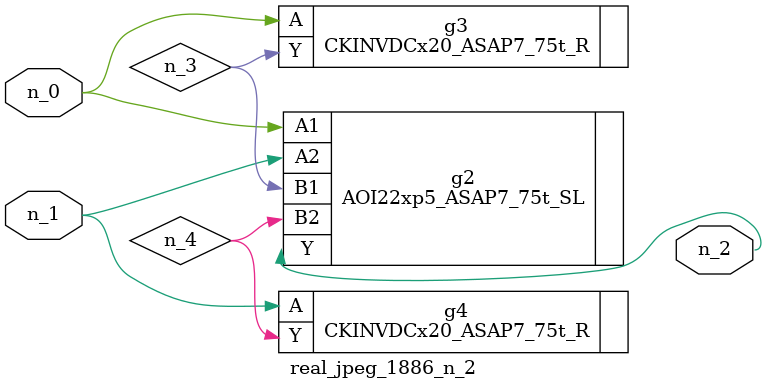
<source format=v>
module real_jpeg_1886_n_2 (n_1, n_0, n_2);

input n_1;
input n_0;

output n_2;

wire n_4;
wire n_3;

AOI22xp5_ASAP7_75t_SL g2 ( 
.A1(n_0),
.A2(n_1),
.B1(n_3),
.B2(n_4),
.Y(n_2)
);

CKINVDCx20_ASAP7_75t_R g3 ( 
.A(n_0),
.Y(n_3)
);

CKINVDCx20_ASAP7_75t_R g4 ( 
.A(n_1),
.Y(n_4)
);


endmodule
</source>
